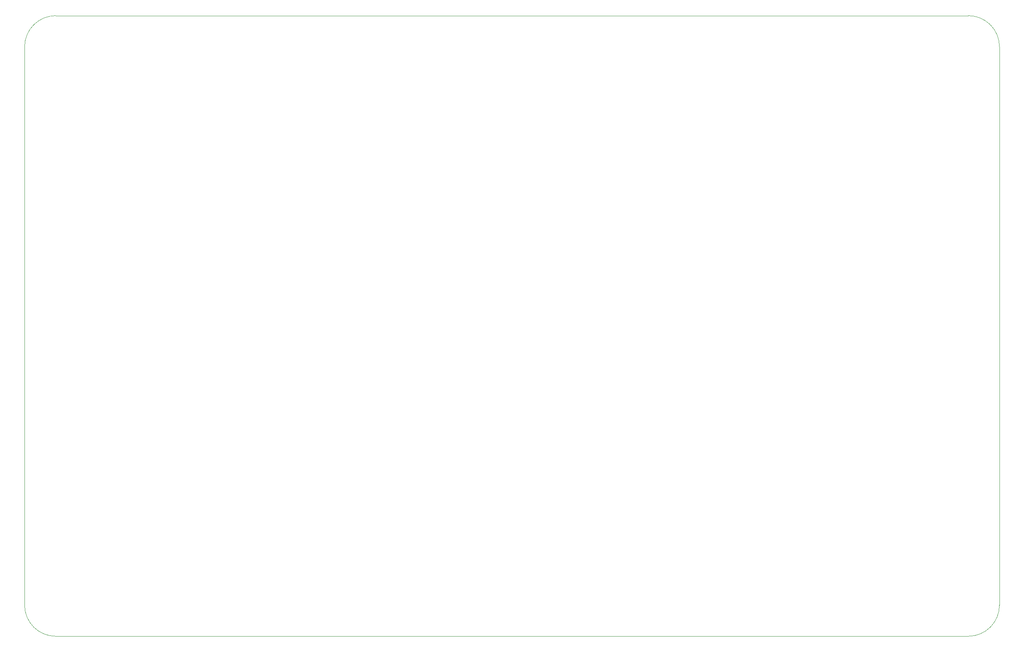
<source format=gbr>
%TF.GenerationSoftware,KiCad,Pcbnew,5.1.10-88a1d61d58~88~ubuntu20.04.1*%
%TF.CreationDate,2021-05-31T17:58:19-07:00*%
%TF.ProjectId,Stenokey,5374656e-6f6b-4657-992e-6b696361645f,1.0*%
%TF.SameCoordinates,Original*%
%TF.FileFunction,Profile,NP*%
%FSLAX46Y46*%
G04 Gerber Fmt 4.6, Leading zero omitted, Abs format (unit mm)*
G04 Created by KiCad (PCBNEW 5.1.10-88a1d61d58~88~ubuntu20.04.1) date 2021-05-31 17:58:19*
%MOMM*%
%LPD*%
G01*
G04 APERTURE LIST*
%TA.AperFunction,Profile*%
%ADD10C,0.100000*%
%TD*%
G04 APERTURE END LIST*
D10*
X117000000Y-60500000D02*
X322000000Y-60500000D01*
X117000000Y-200000000D02*
X322000000Y-200000000D01*
X110000000Y-67500000D02*
G75*
G02*
X117000000Y-60500000I7000000J0D01*
G01*
X322000000Y-60500000D02*
G75*
G02*
X329000000Y-67500000I0J-7000000D01*
G01*
X329000000Y-67500000D02*
X329000000Y-193000000D01*
X110000000Y-67500000D02*
X110000000Y-193000000D01*
X329000000Y-193000000D02*
G75*
G02*
X322000000Y-200000000I-7000000J0D01*
G01*
X117000000Y-200000000D02*
G75*
G02*
X110000000Y-193000000I0J7000000D01*
G01*
M02*

</source>
